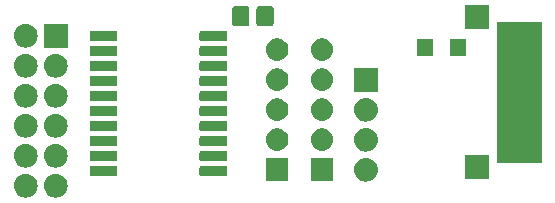
<source format=gts>
G04 #@! TF.GenerationSoftware,KiCad,Pcbnew,(5.1.4)-1*
G04 #@! TF.CreationDate,2020-04-10T17:05:04+01:00*
G04 #@! TF.ProjectId,buffer,62756666-6572-42e6-9b69-6361645f7063,rev?*
G04 #@! TF.SameCoordinates,Original*
G04 #@! TF.FileFunction,Soldermask,Top*
G04 #@! TF.FilePolarity,Negative*
%FSLAX46Y46*%
G04 Gerber Fmt 4.6, Leading zero omitted, Abs format (unit mm)*
G04 Created by KiCad (PCBNEW (5.1.4)-1) date 2020-04-10 17:05:04*
%MOMM*%
%LPD*%
G04 APERTURE LIST*
%ADD10C,0.100000*%
G04 APERTURE END LIST*
D10*
G36*
X40549836Y-46090830D02*
G01*
X40738332Y-46148009D01*
X40912058Y-46240868D01*
X41064328Y-46365832D01*
X41189292Y-46518102D01*
X41282151Y-46691828D01*
X41339330Y-46880324D01*
X41358638Y-47076360D01*
X41339330Y-47272396D01*
X41282151Y-47460892D01*
X41189292Y-47634618D01*
X41064328Y-47786888D01*
X40912058Y-47911852D01*
X40738332Y-48004711D01*
X40549836Y-48061890D01*
X40402920Y-48076360D01*
X40304680Y-48076360D01*
X40157764Y-48061890D01*
X39969268Y-48004711D01*
X39795542Y-47911852D01*
X39643272Y-47786888D01*
X39518308Y-47634618D01*
X39425449Y-47460892D01*
X39368270Y-47272396D01*
X39348962Y-47076360D01*
X39368270Y-46880324D01*
X39425449Y-46691828D01*
X39518308Y-46518102D01*
X39643272Y-46365832D01*
X39795542Y-46240868D01*
X39969268Y-46148009D01*
X40157764Y-46090830D01*
X40304680Y-46076360D01*
X40402920Y-46076360D01*
X40549836Y-46090830D01*
X40549836Y-46090830D01*
G37*
G36*
X38009836Y-46090830D02*
G01*
X38198332Y-46148009D01*
X38372058Y-46240868D01*
X38524328Y-46365832D01*
X38649292Y-46518102D01*
X38742151Y-46691828D01*
X38799330Y-46880324D01*
X38818638Y-47076360D01*
X38799330Y-47272396D01*
X38742151Y-47460892D01*
X38649292Y-47634618D01*
X38524328Y-47786888D01*
X38372058Y-47911852D01*
X38198332Y-48004711D01*
X38009836Y-48061890D01*
X37862920Y-48076360D01*
X37764680Y-48076360D01*
X37617764Y-48061890D01*
X37429268Y-48004711D01*
X37255542Y-47911852D01*
X37103272Y-47786888D01*
X36978308Y-47634618D01*
X36885449Y-47460892D01*
X36828270Y-47272396D01*
X36808962Y-47076360D01*
X36828270Y-46880324D01*
X36885449Y-46691828D01*
X36978308Y-46518102D01*
X37103272Y-46365832D01*
X37255542Y-46240868D01*
X37429268Y-46148009D01*
X37617764Y-46090830D01*
X37764680Y-46076360D01*
X37862920Y-46076360D01*
X38009836Y-46090830D01*
X38009836Y-46090830D01*
G37*
G36*
X66813436Y-44744630D02*
G01*
X67001932Y-44801809D01*
X67175658Y-44894668D01*
X67327928Y-45019632D01*
X67452892Y-45171902D01*
X67545751Y-45345628D01*
X67602930Y-45534124D01*
X67622238Y-45730160D01*
X67602930Y-45926196D01*
X67545751Y-46114692D01*
X67452892Y-46288418D01*
X67327928Y-46440688D01*
X67175658Y-46565652D01*
X67001932Y-46658511D01*
X66813436Y-46715690D01*
X66666520Y-46730160D01*
X66568280Y-46730160D01*
X66421364Y-46715690D01*
X66232868Y-46658511D01*
X66059142Y-46565652D01*
X65906872Y-46440688D01*
X65781908Y-46288418D01*
X65689049Y-46114692D01*
X65631870Y-45926196D01*
X65612562Y-45730160D01*
X65631870Y-45534124D01*
X65689049Y-45345628D01*
X65781908Y-45171902D01*
X65906872Y-45019632D01*
X66059142Y-44894668D01*
X66232868Y-44801809D01*
X66421364Y-44744630D01*
X66568280Y-44730160D01*
X66666520Y-44730160D01*
X66813436Y-44744630D01*
X66813436Y-44744630D01*
G37*
G36*
X63852000Y-46650960D02*
G01*
X61952000Y-46650960D01*
X61952000Y-44750960D01*
X63852000Y-44750960D01*
X63852000Y-46650960D01*
X63852000Y-46650960D01*
G37*
G36*
X60052000Y-46650960D02*
G01*
X58152000Y-46650960D01*
X58152000Y-44750960D01*
X60052000Y-44750960D01*
X60052000Y-46650960D01*
X60052000Y-46650960D01*
G37*
G36*
X77033180Y-46504100D02*
G01*
X75033180Y-46504100D01*
X75033180Y-44504100D01*
X77033180Y-44504100D01*
X77033180Y-46504100D01*
X77033180Y-46504100D01*
G37*
G36*
X54748092Y-45369651D02*
G01*
X54777987Y-45378720D01*
X54805542Y-45393448D01*
X54829692Y-45413268D01*
X54849512Y-45437418D01*
X54864240Y-45464973D01*
X54873309Y-45494868D01*
X54877000Y-45532346D01*
X54877000Y-46099574D01*
X54873309Y-46137052D01*
X54864240Y-46166947D01*
X54849512Y-46194502D01*
X54829692Y-46218652D01*
X54805542Y-46238472D01*
X54777987Y-46253200D01*
X54748092Y-46262269D01*
X54710614Y-46265960D01*
X52693386Y-46265960D01*
X52655908Y-46262269D01*
X52626013Y-46253200D01*
X52598458Y-46238472D01*
X52574308Y-46218652D01*
X52554488Y-46194502D01*
X52539760Y-46166947D01*
X52530691Y-46137052D01*
X52527000Y-46099574D01*
X52527000Y-45532346D01*
X52530691Y-45494868D01*
X52539760Y-45464973D01*
X52554488Y-45437418D01*
X52574308Y-45413268D01*
X52598458Y-45393448D01*
X52626013Y-45378720D01*
X52655908Y-45369651D01*
X52693386Y-45365960D01*
X54710614Y-45365960D01*
X54748092Y-45369651D01*
X54748092Y-45369651D01*
G37*
G36*
X45448092Y-45369651D02*
G01*
X45477987Y-45378720D01*
X45505542Y-45393448D01*
X45529692Y-45413268D01*
X45549512Y-45437418D01*
X45564240Y-45464973D01*
X45573309Y-45494868D01*
X45577000Y-45532346D01*
X45577000Y-46099574D01*
X45573309Y-46137052D01*
X45564240Y-46166947D01*
X45549512Y-46194502D01*
X45529692Y-46218652D01*
X45505542Y-46238472D01*
X45477987Y-46253200D01*
X45448092Y-46262269D01*
X45410614Y-46265960D01*
X43393386Y-46265960D01*
X43355908Y-46262269D01*
X43326013Y-46253200D01*
X43298458Y-46238472D01*
X43274308Y-46218652D01*
X43254488Y-46194502D01*
X43239760Y-46166947D01*
X43230691Y-46137052D01*
X43227000Y-46099574D01*
X43227000Y-45532346D01*
X43230691Y-45494868D01*
X43239760Y-45464973D01*
X43254488Y-45437418D01*
X43274308Y-45413268D01*
X43298458Y-45393448D01*
X43326013Y-45378720D01*
X43355908Y-45369651D01*
X43393386Y-45365960D01*
X45410614Y-45365960D01*
X45448092Y-45369651D01*
X45448092Y-45369651D01*
G37*
G36*
X38009836Y-43550830D02*
G01*
X38198332Y-43608009D01*
X38372058Y-43700868D01*
X38524328Y-43825832D01*
X38649292Y-43978102D01*
X38742151Y-44151828D01*
X38799330Y-44340324D01*
X38818638Y-44536360D01*
X38799330Y-44732396D01*
X38742151Y-44920892D01*
X38649292Y-45094618D01*
X38524328Y-45246888D01*
X38372058Y-45371852D01*
X38198332Y-45464711D01*
X38009836Y-45521890D01*
X37862920Y-45536360D01*
X37764680Y-45536360D01*
X37617764Y-45521890D01*
X37429268Y-45464711D01*
X37255542Y-45371852D01*
X37103272Y-45246888D01*
X36978308Y-45094618D01*
X36885449Y-44920892D01*
X36828270Y-44732396D01*
X36808962Y-44536360D01*
X36828270Y-44340324D01*
X36885449Y-44151828D01*
X36978308Y-43978102D01*
X37103272Y-43825832D01*
X37255542Y-43700868D01*
X37429268Y-43608009D01*
X37617764Y-43550830D01*
X37764680Y-43536360D01*
X37862920Y-43536360D01*
X38009836Y-43550830D01*
X38009836Y-43550830D01*
G37*
G36*
X40549836Y-43550830D02*
G01*
X40738332Y-43608009D01*
X40912058Y-43700868D01*
X41064328Y-43825832D01*
X41189292Y-43978102D01*
X41282151Y-44151828D01*
X41339330Y-44340324D01*
X41358638Y-44536360D01*
X41339330Y-44732396D01*
X41282151Y-44920892D01*
X41189292Y-45094618D01*
X41064328Y-45246888D01*
X40912058Y-45371852D01*
X40738332Y-45464711D01*
X40549836Y-45521890D01*
X40402920Y-45536360D01*
X40304680Y-45536360D01*
X40157764Y-45521890D01*
X39969268Y-45464711D01*
X39795542Y-45371852D01*
X39643272Y-45246888D01*
X39518308Y-45094618D01*
X39425449Y-44920892D01*
X39368270Y-44732396D01*
X39348962Y-44536360D01*
X39368270Y-44340324D01*
X39425449Y-44151828D01*
X39518308Y-43978102D01*
X39643272Y-43825832D01*
X39795542Y-43700868D01*
X39969268Y-43608009D01*
X40157764Y-43550830D01*
X40304680Y-43536360D01*
X40402920Y-43536360D01*
X40549836Y-43550830D01*
X40549836Y-43550830D01*
G37*
G36*
X81501880Y-45179820D02*
G01*
X77701880Y-45179820D01*
X77701880Y-33219820D01*
X81501880Y-33219820D01*
X81501880Y-45179820D01*
X81501880Y-45179820D01*
G37*
G36*
X45448092Y-44099651D02*
G01*
X45477987Y-44108720D01*
X45505542Y-44123448D01*
X45529692Y-44143268D01*
X45549512Y-44167418D01*
X45564240Y-44194973D01*
X45573309Y-44224868D01*
X45577000Y-44262346D01*
X45577000Y-44829574D01*
X45573309Y-44867052D01*
X45564240Y-44896947D01*
X45549512Y-44924502D01*
X45529692Y-44948652D01*
X45505542Y-44968472D01*
X45477987Y-44983200D01*
X45448092Y-44992269D01*
X45410614Y-44995960D01*
X43393386Y-44995960D01*
X43355908Y-44992269D01*
X43326013Y-44983200D01*
X43298458Y-44968472D01*
X43274308Y-44948652D01*
X43254488Y-44924502D01*
X43239760Y-44896947D01*
X43230691Y-44867052D01*
X43227000Y-44829574D01*
X43227000Y-44262346D01*
X43230691Y-44224868D01*
X43239760Y-44194973D01*
X43254488Y-44167418D01*
X43274308Y-44143268D01*
X43298458Y-44123448D01*
X43326013Y-44108720D01*
X43355908Y-44099651D01*
X43393386Y-44095960D01*
X45410614Y-44095960D01*
X45448092Y-44099651D01*
X45448092Y-44099651D01*
G37*
G36*
X54748092Y-44099651D02*
G01*
X54777987Y-44108720D01*
X54805542Y-44123448D01*
X54829692Y-44143268D01*
X54849512Y-44167418D01*
X54864240Y-44194973D01*
X54873309Y-44224868D01*
X54877000Y-44262346D01*
X54877000Y-44829574D01*
X54873309Y-44867052D01*
X54864240Y-44896947D01*
X54849512Y-44924502D01*
X54829692Y-44948652D01*
X54805542Y-44968472D01*
X54777987Y-44983200D01*
X54748092Y-44992269D01*
X54710614Y-44995960D01*
X52693386Y-44995960D01*
X52655908Y-44992269D01*
X52626013Y-44983200D01*
X52598458Y-44968472D01*
X52574308Y-44948652D01*
X52554488Y-44924502D01*
X52539760Y-44896947D01*
X52530691Y-44867052D01*
X52527000Y-44829574D01*
X52527000Y-44262346D01*
X52530691Y-44224868D01*
X52539760Y-44194973D01*
X52554488Y-44167418D01*
X52574308Y-44143268D01*
X52598458Y-44123448D01*
X52626013Y-44108720D01*
X52655908Y-44099651D01*
X52693386Y-44095960D01*
X54710614Y-44095960D01*
X54748092Y-44099651D01*
X54748092Y-44099651D01*
G37*
G36*
X66813436Y-42204630D02*
G01*
X67001932Y-42261809D01*
X67175658Y-42354668D01*
X67327928Y-42479632D01*
X67452892Y-42631902D01*
X67545751Y-42805628D01*
X67602930Y-42994124D01*
X67622238Y-43190160D01*
X67602930Y-43386196D01*
X67545751Y-43574692D01*
X67452892Y-43748418D01*
X67327928Y-43900688D01*
X67175658Y-44025652D01*
X67001932Y-44118511D01*
X66813436Y-44175690D01*
X66666520Y-44190160D01*
X66568280Y-44190160D01*
X66421364Y-44175690D01*
X66232868Y-44118511D01*
X66059142Y-44025652D01*
X65906872Y-43900688D01*
X65781908Y-43748418D01*
X65689049Y-43574692D01*
X65631870Y-43386196D01*
X65612562Y-43190160D01*
X65631870Y-42994124D01*
X65689049Y-42805628D01*
X65781908Y-42631902D01*
X65906872Y-42479632D01*
X66059142Y-42354668D01*
X66232868Y-42261809D01*
X66421364Y-42204630D01*
X66568280Y-42190160D01*
X66666520Y-42190160D01*
X66813436Y-42204630D01*
X66813436Y-42204630D01*
G37*
G36*
X63088233Y-42224706D02*
G01*
X63108849Y-42230960D01*
X63267308Y-42279028D01*
X63432345Y-42367242D01*
X63577001Y-42485959D01*
X63695718Y-42630615D01*
X63783932Y-42795652D01*
X63811093Y-42885190D01*
X63835260Y-42964856D01*
X63838254Y-42974728D01*
X63856596Y-43160960D01*
X63838254Y-43347192D01*
X63783932Y-43526268D01*
X63695718Y-43691305D01*
X63577001Y-43835961D01*
X63432345Y-43954678D01*
X63267308Y-44042892D01*
X63177770Y-44070053D01*
X63088233Y-44097214D01*
X62948665Y-44110960D01*
X62855335Y-44110960D01*
X62715767Y-44097214D01*
X62626230Y-44070053D01*
X62536692Y-44042892D01*
X62371655Y-43954678D01*
X62226999Y-43835961D01*
X62108282Y-43691305D01*
X62020068Y-43526268D01*
X61965746Y-43347192D01*
X61947404Y-43160960D01*
X61965746Y-42974728D01*
X61968741Y-42964856D01*
X61992907Y-42885190D01*
X62020068Y-42795652D01*
X62108282Y-42630615D01*
X62226999Y-42485959D01*
X62371655Y-42367242D01*
X62536692Y-42279028D01*
X62695151Y-42230960D01*
X62715767Y-42224706D01*
X62855335Y-42210960D01*
X62948665Y-42210960D01*
X63088233Y-42224706D01*
X63088233Y-42224706D01*
G37*
G36*
X59288233Y-42224706D02*
G01*
X59308849Y-42230960D01*
X59467308Y-42279028D01*
X59632345Y-42367242D01*
X59777001Y-42485959D01*
X59895718Y-42630615D01*
X59983932Y-42795652D01*
X60011093Y-42885190D01*
X60035260Y-42964856D01*
X60038254Y-42974728D01*
X60056596Y-43160960D01*
X60038254Y-43347192D01*
X59983932Y-43526268D01*
X59895718Y-43691305D01*
X59777001Y-43835961D01*
X59632345Y-43954678D01*
X59467308Y-44042892D01*
X59377770Y-44070053D01*
X59288233Y-44097214D01*
X59148665Y-44110960D01*
X59055335Y-44110960D01*
X58915767Y-44097214D01*
X58826230Y-44070053D01*
X58736692Y-44042892D01*
X58571655Y-43954678D01*
X58426999Y-43835961D01*
X58308282Y-43691305D01*
X58220068Y-43526268D01*
X58165746Y-43347192D01*
X58147404Y-43160960D01*
X58165746Y-42974728D01*
X58168741Y-42964856D01*
X58192907Y-42885190D01*
X58220068Y-42795652D01*
X58308282Y-42630615D01*
X58426999Y-42485959D01*
X58571655Y-42367242D01*
X58736692Y-42279028D01*
X58895151Y-42230960D01*
X58915767Y-42224706D01*
X59055335Y-42210960D01*
X59148665Y-42210960D01*
X59288233Y-42224706D01*
X59288233Y-42224706D01*
G37*
G36*
X45448092Y-42829651D02*
G01*
X45477987Y-42838720D01*
X45505542Y-42853448D01*
X45529692Y-42873268D01*
X45549512Y-42897418D01*
X45564240Y-42924973D01*
X45573309Y-42954868D01*
X45577000Y-42992346D01*
X45577000Y-43559574D01*
X45573309Y-43597052D01*
X45564240Y-43626947D01*
X45549512Y-43654502D01*
X45529692Y-43678652D01*
X45505542Y-43698472D01*
X45477987Y-43713200D01*
X45448092Y-43722269D01*
X45410614Y-43725960D01*
X43393386Y-43725960D01*
X43355908Y-43722269D01*
X43326013Y-43713200D01*
X43298458Y-43698472D01*
X43274308Y-43678652D01*
X43254488Y-43654502D01*
X43239760Y-43626947D01*
X43230691Y-43597052D01*
X43227000Y-43559574D01*
X43227000Y-42992346D01*
X43230691Y-42954868D01*
X43239760Y-42924973D01*
X43254488Y-42897418D01*
X43274308Y-42873268D01*
X43298458Y-42853448D01*
X43326013Y-42838720D01*
X43355908Y-42829651D01*
X43393386Y-42825960D01*
X45410614Y-42825960D01*
X45448092Y-42829651D01*
X45448092Y-42829651D01*
G37*
G36*
X54748092Y-42829651D02*
G01*
X54777987Y-42838720D01*
X54805542Y-42853448D01*
X54829692Y-42873268D01*
X54849512Y-42897418D01*
X54864240Y-42924973D01*
X54873309Y-42954868D01*
X54877000Y-42992346D01*
X54877000Y-43559574D01*
X54873309Y-43597052D01*
X54864240Y-43626947D01*
X54849512Y-43654502D01*
X54829692Y-43678652D01*
X54805542Y-43698472D01*
X54777987Y-43713200D01*
X54748092Y-43722269D01*
X54710614Y-43725960D01*
X52693386Y-43725960D01*
X52655908Y-43722269D01*
X52626013Y-43713200D01*
X52598458Y-43698472D01*
X52574308Y-43678652D01*
X52554488Y-43654502D01*
X52539760Y-43626947D01*
X52530691Y-43597052D01*
X52527000Y-43559574D01*
X52527000Y-42992346D01*
X52530691Y-42954868D01*
X52539760Y-42924973D01*
X52554488Y-42897418D01*
X52574308Y-42873268D01*
X52598458Y-42853448D01*
X52626013Y-42838720D01*
X52655908Y-42829651D01*
X52693386Y-42825960D01*
X54710614Y-42825960D01*
X54748092Y-42829651D01*
X54748092Y-42829651D01*
G37*
G36*
X40549836Y-41010830D02*
G01*
X40738332Y-41068009D01*
X40912058Y-41160868D01*
X41064328Y-41285832D01*
X41189292Y-41438102D01*
X41282151Y-41611828D01*
X41339330Y-41800324D01*
X41358638Y-41996360D01*
X41339330Y-42192396D01*
X41282151Y-42380892D01*
X41189292Y-42554618D01*
X41064328Y-42706888D01*
X40912058Y-42831852D01*
X40738332Y-42924711D01*
X40549836Y-42981890D01*
X40402920Y-42996360D01*
X40304680Y-42996360D01*
X40157764Y-42981890D01*
X39969268Y-42924711D01*
X39795542Y-42831852D01*
X39643272Y-42706888D01*
X39518308Y-42554618D01*
X39425449Y-42380892D01*
X39368270Y-42192396D01*
X39348962Y-41996360D01*
X39368270Y-41800324D01*
X39425449Y-41611828D01*
X39518308Y-41438102D01*
X39643272Y-41285832D01*
X39795542Y-41160868D01*
X39969268Y-41068009D01*
X40157764Y-41010830D01*
X40304680Y-40996360D01*
X40402920Y-40996360D01*
X40549836Y-41010830D01*
X40549836Y-41010830D01*
G37*
G36*
X38009836Y-41010830D02*
G01*
X38198332Y-41068009D01*
X38372058Y-41160868D01*
X38524328Y-41285832D01*
X38649292Y-41438102D01*
X38742151Y-41611828D01*
X38799330Y-41800324D01*
X38818638Y-41996360D01*
X38799330Y-42192396D01*
X38742151Y-42380892D01*
X38649292Y-42554618D01*
X38524328Y-42706888D01*
X38372058Y-42831852D01*
X38198332Y-42924711D01*
X38009836Y-42981890D01*
X37862920Y-42996360D01*
X37764680Y-42996360D01*
X37617764Y-42981890D01*
X37429268Y-42924711D01*
X37255542Y-42831852D01*
X37103272Y-42706888D01*
X36978308Y-42554618D01*
X36885449Y-42380892D01*
X36828270Y-42192396D01*
X36808962Y-41996360D01*
X36828270Y-41800324D01*
X36885449Y-41611828D01*
X36978308Y-41438102D01*
X37103272Y-41285832D01*
X37255542Y-41160868D01*
X37429268Y-41068009D01*
X37617764Y-41010830D01*
X37764680Y-40996360D01*
X37862920Y-40996360D01*
X38009836Y-41010830D01*
X38009836Y-41010830D01*
G37*
G36*
X54748092Y-41559651D02*
G01*
X54777987Y-41568720D01*
X54805542Y-41583448D01*
X54829692Y-41603268D01*
X54849512Y-41627418D01*
X54864240Y-41654973D01*
X54873309Y-41684868D01*
X54877000Y-41722346D01*
X54877000Y-42289574D01*
X54873309Y-42327052D01*
X54864240Y-42356947D01*
X54849512Y-42384502D01*
X54829692Y-42408652D01*
X54805542Y-42428472D01*
X54777987Y-42443200D01*
X54748092Y-42452269D01*
X54710614Y-42455960D01*
X52693386Y-42455960D01*
X52655908Y-42452269D01*
X52626013Y-42443200D01*
X52598458Y-42428472D01*
X52574308Y-42408652D01*
X52554488Y-42384502D01*
X52539760Y-42356947D01*
X52530691Y-42327052D01*
X52527000Y-42289574D01*
X52527000Y-41722346D01*
X52530691Y-41684868D01*
X52539760Y-41654973D01*
X52554488Y-41627418D01*
X52574308Y-41603268D01*
X52598458Y-41583448D01*
X52626013Y-41568720D01*
X52655908Y-41559651D01*
X52693386Y-41555960D01*
X54710614Y-41555960D01*
X54748092Y-41559651D01*
X54748092Y-41559651D01*
G37*
G36*
X45448092Y-41559651D02*
G01*
X45477987Y-41568720D01*
X45505542Y-41583448D01*
X45529692Y-41603268D01*
X45549512Y-41627418D01*
X45564240Y-41654973D01*
X45573309Y-41684868D01*
X45577000Y-41722346D01*
X45577000Y-42289574D01*
X45573309Y-42327052D01*
X45564240Y-42356947D01*
X45549512Y-42384502D01*
X45529692Y-42408652D01*
X45505542Y-42428472D01*
X45477987Y-42443200D01*
X45448092Y-42452269D01*
X45410614Y-42455960D01*
X43393386Y-42455960D01*
X43355908Y-42452269D01*
X43326013Y-42443200D01*
X43298458Y-42428472D01*
X43274308Y-42408652D01*
X43254488Y-42384502D01*
X43239760Y-42356947D01*
X43230691Y-42327052D01*
X43227000Y-42289574D01*
X43227000Y-41722346D01*
X43230691Y-41684868D01*
X43239760Y-41654973D01*
X43254488Y-41627418D01*
X43274308Y-41603268D01*
X43298458Y-41583448D01*
X43326013Y-41568720D01*
X43355908Y-41559651D01*
X43393386Y-41555960D01*
X45410614Y-41555960D01*
X45448092Y-41559651D01*
X45448092Y-41559651D01*
G37*
G36*
X66813436Y-39664630D02*
G01*
X67001932Y-39721809D01*
X67175658Y-39814668D01*
X67327928Y-39939632D01*
X67452892Y-40091902D01*
X67545751Y-40265628D01*
X67602930Y-40454124D01*
X67622238Y-40650160D01*
X67602930Y-40846196D01*
X67545751Y-41034692D01*
X67452892Y-41208418D01*
X67327928Y-41360688D01*
X67175658Y-41485652D01*
X67001932Y-41578511D01*
X66813436Y-41635690D01*
X66666520Y-41650160D01*
X66568280Y-41650160D01*
X66421364Y-41635690D01*
X66232868Y-41578511D01*
X66059142Y-41485652D01*
X65906872Y-41360688D01*
X65781908Y-41208418D01*
X65689049Y-41034692D01*
X65631870Y-40846196D01*
X65612562Y-40650160D01*
X65631870Y-40454124D01*
X65689049Y-40265628D01*
X65781908Y-40091902D01*
X65906872Y-39939632D01*
X66059142Y-39814668D01*
X66232868Y-39721809D01*
X66421364Y-39664630D01*
X66568280Y-39650160D01*
X66666520Y-39650160D01*
X66813436Y-39664630D01*
X66813436Y-39664630D01*
G37*
G36*
X59288233Y-39684706D02*
G01*
X59308849Y-39690960D01*
X59467308Y-39739028D01*
X59632345Y-39827242D01*
X59777001Y-39945959D01*
X59895718Y-40090615D01*
X59983932Y-40255652D01*
X60011093Y-40345190D01*
X60035260Y-40424856D01*
X60038254Y-40434728D01*
X60056596Y-40620960D01*
X60038254Y-40807192D01*
X59983932Y-40986268D01*
X59895718Y-41151305D01*
X59777001Y-41295961D01*
X59632345Y-41414678D01*
X59467308Y-41502892D01*
X59377770Y-41530053D01*
X59288233Y-41557214D01*
X59148665Y-41570960D01*
X59055335Y-41570960D01*
X58915767Y-41557214D01*
X58826230Y-41530053D01*
X58736692Y-41502892D01*
X58571655Y-41414678D01*
X58426999Y-41295961D01*
X58308282Y-41151305D01*
X58220068Y-40986268D01*
X58165746Y-40807192D01*
X58147404Y-40620960D01*
X58165746Y-40434728D01*
X58168741Y-40424856D01*
X58192907Y-40345190D01*
X58220068Y-40255652D01*
X58308282Y-40090615D01*
X58426999Y-39945959D01*
X58571655Y-39827242D01*
X58736692Y-39739028D01*
X58895151Y-39690960D01*
X58915767Y-39684706D01*
X59055335Y-39670960D01*
X59148665Y-39670960D01*
X59288233Y-39684706D01*
X59288233Y-39684706D01*
G37*
G36*
X63088233Y-39684706D02*
G01*
X63108849Y-39690960D01*
X63267308Y-39739028D01*
X63432345Y-39827242D01*
X63577001Y-39945959D01*
X63695718Y-40090615D01*
X63783932Y-40255652D01*
X63811093Y-40345190D01*
X63835260Y-40424856D01*
X63838254Y-40434728D01*
X63856596Y-40620960D01*
X63838254Y-40807192D01*
X63783932Y-40986268D01*
X63695718Y-41151305D01*
X63577001Y-41295961D01*
X63432345Y-41414678D01*
X63267308Y-41502892D01*
X63177770Y-41530053D01*
X63088233Y-41557214D01*
X62948665Y-41570960D01*
X62855335Y-41570960D01*
X62715767Y-41557214D01*
X62626230Y-41530053D01*
X62536692Y-41502892D01*
X62371655Y-41414678D01*
X62226999Y-41295961D01*
X62108282Y-41151305D01*
X62020068Y-40986268D01*
X61965746Y-40807192D01*
X61947404Y-40620960D01*
X61965746Y-40434728D01*
X61968741Y-40424856D01*
X61992907Y-40345190D01*
X62020068Y-40255652D01*
X62108282Y-40090615D01*
X62226999Y-39945959D01*
X62371655Y-39827242D01*
X62536692Y-39739028D01*
X62695151Y-39690960D01*
X62715767Y-39684706D01*
X62855335Y-39670960D01*
X62948665Y-39670960D01*
X63088233Y-39684706D01*
X63088233Y-39684706D01*
G37*
G36*
X54748092Y-40289651D02*
G01*
X54777987Y-40298720D01*
X54805542Y-40313448D01*
X54829692Y-40333268D01*
X54849512Y-40357418D01*
X54864240Y-40384973D01*
X54873309Y-40414868D01*
X54877000Y-40452346D01*
X54877000Y-41019574D01*
X54873309Y-41057052D01*
X54864240Y-41086947D01*
X54849512Y-41114502D01*
X54829692Y-41138652D01*
X54805542Y-41158472D01*
X54777987Y-41173200D01*
X54748092Y-41182269D01*
X54710614Y-41185960D01*
X52693386Y-41185960D01*
X52655908Y-41182269D01*
X52626013Y-41173200D01*
X52598458Y-41158472D01*
X52574308Y-41138652D01*
X52554488Y-41114502D01*
X52539760Y-41086947D01*
X52530691Y-41057052D01*
X52527000Y-41019574D01*
X52527000Y-40452346D01*
X52530691Y-40414868D01*
X52539760Y-40384973D01*
X52554488Y-40357418D01*
X52574308Y-40333268D01*
X52598458Y-40313448D01*
X52626013Y-40298720D01*
X52655908Y-40289651D01*
X52693386Y-40285960D01*
X54710614Y-40285960D01*
X54748092Y-40289651D01*
X54748092Y-40289651D01*
G37*
G36*
X45448092Y-40289651D02*
G01*
X45477987Y-40298720D01*
X45505542Y-40313448D01*
X45529692Y-40333268D01*
X45549512Y-40357418D01*
X45564240Y-40384973D01*
X45573309Y-40414868D01*
X45577000Y-40452346D01*
X45577000Y-41019574D01*
X45573309Y-41057052D01*
X45564240Y-41086947D01*
X45549512Y-41114502D01*
X45529692Y-41138652D01*
X45505542Y-41158472D01*
X45477987Y-41173200D01*
X45448092Y-41182269D01*
X45410614Y-41185960D01*
X43393386Y-41185960D01*
X43355908Y-41182269D01*
X43326013Y-41173200D01*
X43298458Y-41158472D01*
X43274308Y-41138652D01*
X43254488Y-41114502D01*
X43239760Y-41086947D01*
X43230691Y-41057052D01*
X43227000Y-41019574D01*
X43227000Y-40452346D01*
X43230691Y-40414868D01*
X43239760Y-40384973D01*
X43254488Y-40357418D01*
X43274308Y-40333268D01*
X43298458Y-40313448D01*
X43326013Y-40298720D01*
X43355908Y-40289651D01*
X43393386Y-40285960D01*
X45410614Y-40285960D01*
X45448092Y-40289651D01*
X45448092Y-40289651D01*
G37*
G36*
X40549836Y-38470830D02*
G01*
X40738332Y-38528009D01*
X40912058Y-38620868D01*
X41064328Y-38745832D01*
X41189292Y-38898102D01*
X41282151Y-39071828D01*
X41339330Y-39260324D01*
X41358638Y-39456360D01*
X41339330Y-39652396D01*
X41282151Y-39840892D01*
X41189292Y-40014618D01*
X41064328Y-40166888D01*
X40912058Y-40291852D01*
X40738332Y-40384711D01*
X40549836Y-40441890D01*
X40402920Y-40456360D01*
X40304680Y-40456360D01*
X40157764Y-40441890D01*
X39969268Y-40384711D01*
X39795542Y-40291852D01*
X39643272Y-40166888D01*
X39518308Y-40014618D01*
X39425449Y-39840892D01*
X39368270Y-39652396D01*
X39348962Y-39456360D01*
X39368270Y-39260324D01*
X39425449Y-39071828D01*
X39518308Y-38898102D01*
X39643272Y-38745832D01*
X39795542Y-38620868D01*
X39969268Y-38528009D01*
X40157764Y-38470830D01*
X40304680Y-38456360D01*
X40402920Y-38456360D01*
X40549836Y-38470830D01*
X40549836Y-38470830D01*
G37*
G36*
X38009836Y-38470830D02*
G01*
X38198332Y-38528009D01*
X38372058Y-38620868D01*
X38524328Y-38745832D01*
X38649292Y-38898102D01*
X38742151Y-39071828D01*
X38799330Y-39260324D01*
X38818638Y-39456360D01*
X38799330Y-39652396D01*
X38742151Y-39840892D01*
X38649292Y-40014618D01*
X38524328Y-40166888D01*
X38372058Y-40291852D01*
X38198332Y-40384711D01*
X38009836Y-40441890D01*
X37862920Y-40456360D01*
X37764680Y-40456360D01*
X37617764Y-40441890D01*
X37429268Y-40384711D01*
X37255542Y-40291852D01*
X37103272Y-40166888D01*
X36978308Y-40014618D01*
X36885449Y-39840892D01*
X36828270Y-39652396D01*
X36808962Y-39456360D01*
X36828270Y-39260324D01*
X36885449Y-39071828D01*
X36978308Y-38898102D01*
X37103272Y-38745832D01*
X37255542Y-38620868D01*
X37429268Y-38528009D01*
X37617764Y-38470830D01*
X37764680Y-38456360D01*
X37862920Y-38456360D01*
X38009836Y-38470830D01*
X38009836Y-38470830D01*
G37*
G36*
X54748092Y-39019651D02*
G01*
X54777987Y-39028720D01*
X54805542Y-39043448D01*
X54829692Y-39063268D01*
X54849512Y-39087418D01*
X54864240Y-39114973D01*
X54873309Y-39144868D01*
X54877000Y-39182346D01*
X54877000Y-39749574D01*
X54873309Y-39787052D01*
X54864240Y-39816947D01*
X54849512Y-39844502D01*
X54829692Y-39868652D01*
X54805542Y-39888472D01*
X54777987Y-39903200D01*
X54748092Y-39912269D01*
X54710614Y-39915960D01*
X52693386Y-39915960D01*
X52655908Y-39912269D01*
X52626013Y-39903200D01*
X52598458Y-39888472D01*
X52574308Y-39868652D01*
X52554488Y-39844502D01*
X52539760Y-39816947D01*
X52530691Y-39787052D01*
X52527000Y-39749574D01*
X52527000Y-39182346D01*
X52530691Y-39144868D01*
X52539760Y-39114973D01*
X52554488Y-39087418D01*
X52574308Y-39063268D01*
X52598458Y-39043448D01*
X52626013Y-39028720D01*
X52655908Y-39019651D01*
X52693386Y-39015960D01*
X54710614Y-39015960D01*
X54748092Y-39019651D01*
X54748092Y-39019651D01*
G37*
G36*
X45448092Y-39019651D02*
G01*
X45477987Y-39028720D01*
X45505542Y-39043448D01*
X45529692Y-39063268D01*
X45549512Y-39087418D01*
X45564240Y-39114973D01*
X45573309Y-39144868D01*
X45577000Y-39182346D01*
X45577000Y-39749574D01*
X45573309Y-39787052D01*
X45564240Y-39816947D01*
X45549512Y-39844502D01*
X45529692Y-39868652D01*
X45505542Y-39888472D01*
X45477987Y-39903200D01*
X45448092Y-39912269D01*
X45410614Y-39915960D01*
X43393386Y-39915960D01*
X43355908Y-39912269D01*
X43326013Y-39903200D01*
X43298458Y-39888472D01*
X43274308Y-39868652D01*
X43254488Y-39844502D01*
X43239760Y-39816947D01*
X43230691Y-39787052D01*
X43227000Y-39749574D01*
X43227000Y-39182346D01*
X43230691Y-39144868D01*
X43239760Y-39114973D01*
X43254488Y-39087418D01*
X43274308Y-39063268D01*
X43298458Y-39043448D01*
X43326013Y-39028720D01*
X43355908Y-39019651D01*
X43393386Y-39015960D01*
X45410614Y-39015960D01*
X45448092Y-39019651D01*
X45448092Y-39019651D01*
G37*
G36*
X67617400Y-39110160D02*
G01*
X65617400Y-39110160D01*
X65617400Y-37110160D01*
X67617400Y-37110160D01*
X67617400Y-39110160D01*
X67617400Y-39110160D01*
G37*
G36*
X59288233Y-37144706D02*
G01*
X59308849Y-37150960D01*
X59467308Y-37199028D01*
X59632345Y-37287242D01*
X59777001Y-37405959D01*
X59895718Y-37550615D01*
X59983932Y-37715652D01*
X60011093Y-37805190D01*
X60035260Y-37884856D01*
X60038254Y-37894728D01*
X60056596Y-38080960D01*
X60038254Y-38267192D01*
X59983932Y-38446268D01*
X59895718Y-38611305D01*
X59777001Y-38755961D01*
X59632345Y-38874678D01*
X59467308Y-38962892D01*
X59377770Y-38990053D01*
X59288233Y-39017214D01*
X59148665Y-39030960D01*
X59055335Y-39030960D01*
X58915767Y-39017214D01*
X58826230Y-38990053D01*
X58736692Y-38962892D01*
X58571655Y-38874678D01*
X58426999Y-38755961D01*
X58308282Y-38611305D01*
X58220068Y-38446268D01*
X58165746Y-38267192D01*
X58147404Y-38080960D01*
X58165746Y-37894728D01*
X58168741Y-37884856D01*
X58192907Y-37805190D01*
X58220068Y-37715652D01*
X58308282Y-37550615D01*
X58426999Y-37405959D01*
X58571655Y-37287242D01*
X58736692Y-37199028D01*
X58895151Y-37150960D01*
X58915767Y-37144706D01*
X59055335Y-37130960D01*
X59148665Y-37130960D01*
X59288233Y-37144706D01*
X59288233Y-37144706D01*
G37*
G36*
X63088233Y-37144706D02*
G01*
X63108849Y-37150960D01*
X63267308Y-37199028D01*
X63432345Y-37287242D01*
X63577001Y-37405959D01*
X63695718Y-37550615D01*
X63783932Y-37715652D01*
X63811093Y-37805190D01*
X63835260Y-37884856D01*
X63838254Y-37894728D01*
X63856596Y-38080960D01*
X63838254Y-38267192D01*
X63783932Y-38446268D01*
X63695718Y-38611305D01*
X63577001Y-38755961D01*
X63432345Y-38874678D01*
X63267308Y-38962892D01*
X63177770Y-38990053D01*
X63088233Y-39017214D01*
X62948665Y-39030960D01*
X62855335Y-39030960D01*
X62715767Y-39017214D01*
X62626230Y-38990053D01*
X62536692Y-38962892D01*
X62371655Y-38874678D01*
X62226999Y-38755961D01*
X62108282Y-38611305D01*
X62020068Y-38446268D01*
X61965746Y-38267192D01*
X61947404Y-38080960D01*
X61965746Y-37894728D01*
X61968741Y-37884856D01*
X61992907Y-37805190D01*
X62020068Y-37715652D01*
X62108282Y-37550615D01*
X62226999Y-37405959D01*
X62371655Y-37287242D01*
X62536692Y-37199028D01*
X62695151Y-37150960D01*
X62715767Y-37144706D01*
X62855335Y-37130960D01*
X62948665Y-37130960D01*
X63088233Y-37144706D01*
X63088233Y-37144706D01*
G37*
G36*
X54748092Y-37749651D02*
G01*
X54777987Y-37758720D01*
X54805542Y-37773448D01*
X54829692Y-37793268D01*
X54849512Y-37817418D01*
X54864240Y-37844973D01*
X54873309Y-37874868D01*
X54877000Y-37912346D01*
X54877000Y-38479574D01*
X54873309Y-38517052D01*
X54864240Y-38546947D01*
X54849512Y-38574502D01*
X54829692Y-38598652D01*
X54805542Y-38618472D01*
X54777987Y-38633200D01*
X54748092Y-38642269D01*
X54710614Y-38645960D01*
X52693386Y-38645960D01*
X52655908Y-38642269D01*
X52626013Y-38633200D01*
X52598458Y-38618472D01*
X52574308Y-38598652D01*
X52554488Y-38574502D01*
X52539760Y-38546947D01*
X52530691Y-38517052D01*
X52527000Y-38479574D01*
X52527000Y-37912346D01*
X52530691Y-37874868D01*
X52539760Y-37844973D01*
X52554488Y-37817418D01*
X52574308Y-37793268D01*
X52598458Y-37773448D01*
X52626013Y-37758720D01*
X52655908Y-37749651D01*
X52693386Y-37745960D01*
X54710614Y-37745960D01*
X54748092Y-37749651D01*
X54748092Y-37749651D01*
G37*
G36*
X45448092Y-37749651D02*
G01*
X45477987Y-37758720D01*
X45505542Y-37773448D01*
X45529692Y-37793268D01*
X45549512Y-37817418D01*
X45564240Y-37844973D01*
X45573309Y-37874868D01*
X45577000Y-37912346D01*
X45577000Y-38479574D01*
X45573309Y-38517052D01*
X45564240Y-38546947D01*
X45549512Y-38574502D01*
X45529692Y-38598652D01*
X45505542Y-38618472D01*
X45477987Y-38633200D01*
X45448092Y-38642269D01*
X45410614Y-38645960D01*
X43393386Y-38645960D01*
X43355908Y-38642269D01*
X43326013Y-38633200D01*
X43298458Y-38618472D01*
X43274308Y-38598652D01*
X43254488Y-38574502D01*
X43239760Y-38546947D01*
X43230691Y-38517052D01*
X43227000Y-38479574D01*
X43227000Y-37912346D01*
X43230691Y-37874868D01*
X43239760Y-37844973D01*
X43254488Y-37817418D01*
X43274308Y-37793268D01*
X43298458Y-37773448D01*
X43326013Y-37758720D01*
X43355908Y-37749651D01*
X43393386Y-37745960D01*
X45410614Y-37745960D01*
X45448092Y-37749651D01*
X45448092Y-37749651D01*
G37*
G36*
X38009836Y-35930830D02*
G01*
X38198332Y-35988009D01*
X38372058Y-36080868D01*
X38524328Y-36205832D01*
X38649292Y-36358102D01*
X38742151Y-36531828D01*
X38799330Y-36720324D01*
X38818638Y-36916360D01*
X38799330Y-37112396D01*
X38742151Y-37300892D01*
X38649292Y-37474618D01*
X38524328Y-37626888D01*
X38372058Y-37751852D01*
X38198332Y-37844711D01*
X38009836Y-37901890D01*
X37862920Y-37916360D01*
X37764680Y-37916360D01*
X37617764Y-37901890D01*
X37429268Y-37844711D01*
X37255542Y-37751852D01*
X37103272Y-37626888D01*
X36978308Y-37474618D01*
X36885449Y-37300892D01*
X36828270Y-37112396D01*
X36808962Y-36916360D01*
X36828270Y-36720324D01*
X36885449Y-36531828D01*
X36978308Y-36358102D01*
X37103272Y-36205832D01*
X37255542Y-36080868D01*
X37429268Y-35988009D01*
X37617764Y-35930830D01*
X37764680Y-35916360D01*
X37862920Y-35916360D01*
X38009836Y-35930830D01*
X38009836Y-35930830D01*
G37*
G36*
X40549836Y-35930830D02*
G01*
X40738332Y-35988009D01*
X40912058Y-36080868D01*
X41064328Y-36205832D01*
X41189292Y-36358102D01*
X41282151Y-36531828D01*
X41339330Y-36720324D01*
X41358638Y-36916360D01*
X41339330Y-37112396D01*
X41282151Y-37300892D01*
X41189292Y-37474618D01*
X41064328Y-37626888D01*
X40912058Y-37751852D01*
X40738332Y-37844711D01*
X40549836Y-37901890D01*
X40402920Y-37916360D01*
X40304680Y-37916360D01*
X40157764Y-37901890D01*
X39969268Y-37844711D01*
X39795542Y-37751852D01*
X39643272Y-37626888D01*
X39518308Y-37474618D01*
X39425449Y-37300892D01*
X39368270Y-37112396D01*
X39348962Y-36916360D01*
X39368270Y-36720324D01*
X39425449Y-36531828D01*
X39518308Y-36358102D01*
X39643272Y-36205832D01*
X39795542Y-36080868D01*
X39969268Y-35988009D01*
X40157764Y-35930830D01*
X40304680Y-35916360D01*
X40402920Y-35916360D01*
X40549836Y-35930830D01*
X40549836Y-35930830D01*
G37*
G36*
X45448092Y-36479651D02*
G01*
X45477987Y-36488720D01*
X45505542Y-36503448D01*
X45529692Y-36523268D01*
X45549512Y-36547418D01*
X45564240Y-36574973D01*
X45573309Y-36604868D01*
X45577000Y-36642346D01*
X45577000Y-37209574D01*
X45573309Y-37247052D01*
X45564240Y-37276947D01*
X45549512Y-37304502D01*
X45529692Y-37328652D01*
X45505542Y-37348472D01*
X45477987Y-37363200D01*
X45448092Y-37372269D01*
X45410614Y-37375960D01*
X43393386Y-37375960D01*
X43355908Y-37372269D01*
X43326013Y-37363200D01*
X43298458Y-37348472D01*
X43274308Y-37328652D01*
X43254488Y-37304502D01*
X43239760Y-37276947D01*
X43230691Y-37247052D01*
X43227000Y-37209574D01*
X43227000Y-36642346D01*
X43230691Y-36604868D01*
X43239760Y-36574973D01*
X43254488Y-36547418D01*
X43274308Y-36523268D01*
X43298458Y-36503448D01*
X43326013Y-36488720D01*
X43355908Y-36479651D01*
X43393386Y-36475960D01*
X45410614Y-36475960D01*
X45448092Y-36479651D01*
X45448092Y-36479651D01*
G37*
G36*
X54748092Y-36479651D02*
G01*
X54777987Y-36488720D01*
X54805542Y-36503448D01*
X54829692Y-36523268D01*
X54849512Y-36547418D01*
X54864240Y-36574973D01*
X54873309Y-36604868D01*
X54877000Y-36642346D01*
X54877000Y-37209574D01*
X54873309Y-37247052D01*
X54864240Y-37276947D01*
X54849512Y-37304502D01*
X54829692Y-37328652D01*
X54805542Y-37348472D01*
X54777987Y-37363200D01*
X54748092Y-37372269D01*
X54710614Y-37375960D01*
X52693386Y-37375960D01*
X52655908Y-37372269D01*
X52626013Y-37363200D01*
X52598458Y-37348472D01*
X52574308Y-37328652D01*
X52554488Y-37304502D01*
X52539760Y-37276947D01*
X52530691Y-37247052D01*
X52527000Y-37209574D01*
X52527000Y-36642346D01*
X52530691Y-36604868D01*
X52539760Y-36574973D01*
X52554488Y-36547418D01*
X52574308Y-36523268D01*
X52598458Y-36503448D01*
X52626013Y-36488720D01*
X52655908Y-36479651D01*
X52693386Y-36475960D01*
X54710614Y-36475960D01*
X54748092Y-36479651D01*
X54748092Y-36479651D01*
G37*
G36*
X59288233Y-34604706D02*
G01*
X59308849Y-34610960D01*
X59467308Y-34659028D01*
X59632345Y-34747242D01*
X59777001Y-34865959D01*
X59895718Y-35010615D01*
X59983932Y-35175652D01*
X60011093Y-35265190D01*
X60035260Y-35344856D01*
X60038254Y-35354728D01*
X60056596Y-35540960D01*
X60038254Y-35727192D01*
X59983932Y-35906268D01*
X59895718Y-36071305D01*
X59777001Y-36215961D01*
X59632345Y-36334678D01*
X59467308Y-36422892D01*
X59377770Y-36450053D01*
X59288233Y-36477214D01*
X59148665Y-36490960D01*
X59055335Y-36490960D01*
X58915767Y-36477214D01*
X58826230Y-36450053D01*
X58736692Y-36422892D01*
X58571655Y-36334678D01*
X58426999Y-36215961D01*
X58308282Y-36071305D01*
X58220068Y-35906268D01*
X58165746Y-35727192D01*
X58147404Y-35540960D01*
X58165746Y-35354728D01*
X58168741Y-35344856D01*
X58192907Y-35265190D01*
X58220068Y-35175652D01*
X58308282Y-35010615D01*
X58426999Y-34865959D01*
X58571655Y-34747242D01*
X58736692Y-34659028D01*
X58895151Y-34610960D01*
X58915767Y-34604706D01*
X59055335Y-34590960D01*
X59148665Y-34590960D01*
X59288233Y-34604706D01*
X59288233Y-34604706D01*
G37*
G36*
X63088233Y-34604706D02*
G01*
X63108849Y-34610960D01*
X63267308Y-34659028D01*
X63432345Y-34747242D01*
X63577001Y-34865959D01*
X63695718Y-35010615D01*
X63783932Y-35175652D01*
X63811093Y-35265190D01*
X63835260Y-35344856D01*
X63838254Y-35354728D01*
X63856596Y-35540960D01*
X63838254Y-35727192D01*
X63783932Y-35906268D01*
X63695718Y-36071305D01*
X63577001Y-36215961D01*
X63432345Y-36334678D01*
X63267308Y-36422892D01*
X63177770Y-36450053D01*
X63088233Y-36477214D01*
X62948665Y-36490960D01*
X62855335Y-36490960D01*
X62715767Y-36477214D01*
X62626230Y-36450053D01*
X62536692Y-36422892D01*
X62371655Y-36334678D01*
X62226999Y-36215961D01*
X62108282Y-36071305D01*
X62020068Y-35906268D01*
X61965746Y-35727192D01*
X61947404Y-35540960D01*
X61965746Y-35354728D01*
X61968741Y-35344856D01*
X61992907Y-35265190D01*
X62020068Y-35175652D01*
X62108282Y-35010615D01*
X62226999Y-34865959D01*
X62371655Y-34747242D01*
X62536692Y-34659028D01*
X62695151Y-34610960D01*
X62715767Y-34604706D01*
X62855335Y-34590960D01*
X62948665Y-34590960D01*
X63088233Y-34604706D01*
X63088233Y-34604706D01*
G37*
G36*
X45448092Y-35209651D02*
G01*
X45477987Y-35218720D01*
X45505542Y-35233448D01*
X45529692Y-35253268D01*
X45549512Y-35277418D01*
X45564240Y-35304973D01*
X45573309Y-35334868D01*
X45577000Y-35372346D01*
X45577000Y-35939574D01*
X45573309Y-35977052D01*
X45564240Y-36006947D01*
X45549512Y-36034502D01*
X45529692Y-36058652D01*
X45505542Y-36078472D01*
X45477987Y-36093200D01*
X45448092Y-36102269D01*
X45410614Y-36105960D01*
X43393386Y-36105960D01*
X43355908Y-36102269D01*
X43326013Y-36093200D01*
X43298458Y-36078472D01*
X43274308Y-36058652D01*
X43254488Y-36034502D01*
X43239760Y-36006947D01*
X43230691Y-35977052D01*
X43227000Y-35939574D01*
X43227000Y-35372346D01*
X43230691Y-35334868D01*
X43239760Y-35304973D01*
X43254488Y-35277418D01*
X43274308Y-35253268D01*
X43298458Y-35233448D01*
X43326013Y-35218720D01*
X43355908Y-35209651D01*
X43393386Y-35205960D01*
X45410614Y-35205960D01*
X45448092Y-35209651D01*
X45448092Y-35209651D01*
G37*
G36*
X54748092Y-35209651D02*
G01*
X54777987Y-35218720D01*
X54805542Y-35233448D01*
X54829692Y-35253268D01*
X54849512Y-35277418D01*
X54864240Y-35304973D01*
X54873309Y-35334868D01*
X54877000Y-35372346D01*
X54877000Y-35939574D01*
X54873309Y-35977052D01*
X54864240Y-36006947D01*
X54849512Y-36034502D01*
X54829692Y-36058652D01*
X54805542Y-36078472D01*
X54777987Y-36093200D01*
X54748092Y-36102269D01*
X54710614Y-36105960D01*
X52693386Y-36105960D01*
X52655908Y-36102269D01*
X52626013Y-36093200D01*
X52598458Y-36078472D01*
X52574308Y-36058652D01*
X52554488Y-36034502D01*
X52539760Y-36006947D01*
X52530691Y-35977052D01*
X52527000Y-35939574D01*
X52527000Y-35372346D01*
X52530691Y-35334868D01*
X52539760Y-35304973D01*
X52554488Y-35277418D01*
X52574308Y-35253268D01*
X52598458Y-35233448D01*
X52626013Y-35218720D01*
X52655908Y-35209651D01*
X52693386Y-35205960D01*
X54710614Y-35205960D01*
X54748092Y-35209651D01*
X54748092Y-35209651D01*
G37*
G36*
X75122000Y-36060960D02*
G01*
X73722000Y-36060960D01*
X73722000Y-34660960D01*
X75122000Y-34660960D01*
X75122000Y-36060960D01*
X75122000Y-36060960D01*
G37*
G36*
X72322000Y-36060960D02*
G01*
X70922000Y-36060960D01*
X70922000Y-34660960D01*
X72322000Y-34660960D01*
X72322000Y-36060960D01*
X72322000Y-36060960D01*
G37*
G36*
X41353800Y-35376360D02*
G01*
X39353800Y-35376360D01*
X39353800Y-33376360D01*
X41353800Y-33376360D01*
X41353800Y-35376360D01*
X41353800Y-35376360D01*
G37*
G36*
X38009836Y-33390830D02*
G01*
X38198332Y-33448009D01*
X38372058Y-33540868D01*
X38524328Y-33665832D01*
X38649292Y-33818102D01*
X38742151Y-33991828D01*
X38799330Y-34180324D01*
X38818638Y-34376360D01*
X38799330Y-34572396D01*
X38742151Y-34760892D01*
X38649292Y-34934618D01*
X38524328Y-35086888D01*
X38372058Y-35211852D01*
X38198332Y-35304711D01*
X38009836Y-35361890D01*
X37862920Y-35376360D01*
X37764680Y-35376360D01*
X37617764Y-35361890D01*
X37429268Y-35304711D01*
X37255542Y-35211852D01*
X37103272Y-35086888D01*
X36978308Y-34934618D01*
X36885449Y-34760892D01*
X36828270Y-34572396D01*
X36808962Y-34376360D01*
X36828270Y-34180324D01*
X36885449Y-33991828D01*
X36978308Y-33818102D01*
X37103272Y-33665832D01*
X37255542Y-33540868D01*
X37429268Y-33448009D01*
X37617764Y-33390830D01*
X37764680Y-33376360D01*
X37862920Y-33376360D01*
X38009836Y-33390830D01*
X38009836Y-33390830D01*
G37*
G36*
X45448092Y-33939651D02*
G01*
X45477987Y-33948720D01*
X45505542Y-33963448D01*
X45529692Y-33983268D01*
X45549512Y-34007418D01*
X45564240Y-34034973D01*
X45573309Y-34064868D01*
X45577000Y-34102346D01*
X45577000Y-34669574D01*
X45573309Y-34707052D01*
X45564240Y-34736947D01*
X45549512Y-34764502D01*
X45529692Y-34788652D01*
X45505542Y-34808472D01*
X45477987Y-34823200D01*
X45448092Y-34832269D01*
X45410614Y-34835960D01*
X43393386Y-34835960D01*
X43355908Y-34832269D01*
X43326013Y-34823200D01*
X43298458Y-34808472D01*
X43274308Y-34788652D01*
X43254488Y-34764502D01*
X43239760Y-34736947D01*
X43230691Y-34707052D01*
X43227000Y-34669574D01*
X43227000Y-34102346D01*
X43230691Y-34064868D01*
X43239760Y-34034973D01*
X43254488Y-34007418D01*
X43274308Y-33983268D01*
X43298458Y-33963448D01*
X43326013Y-33948720D01*
X43355908Y-33939651D01*
X43393386Y-33935960D01*
X45410614Y-33935960D01*
X45448092Y-33939651D01*
X45448092Y-33939651D01*
G37*
G36*
X54748092Y-33939651D02*
G01*
X54777987Y-33948720D01*
X54805542Y-33963448D01*
X54829692Y-33983268D01*
X54849512Y-34007418D01*
X54864240Y-34034973D01*
X54873309Y-34064868D01*
X54877000Y-34102346D01*
X54877000Y-34669574D01*
X54873309Y-34707052D01*
X54864240Y-34736947D01*
X54849512Y-34764502D01*
X54829692Y-34788652D01*
X54805542Y-34808472D01*
X54777987Y-34823200D01*
X54748092Y-34832269D01*
X54710614Y-34835960D01*
X52693386Y-34835960D01*
X52655908Y-34832269D01*
X52626013Y-34823200D01*
X52598458Y-34808472D01*
X52574308Y-34788652D01*
X52554488Y-34764502D01*
X52539760Y-34736947D01*
X52530691Y-34707052D01*
X52527000Y-34669574D01*
X52527000Y-34102346D01*
X52530691Y-34064868D01*
X52539760Y-34034973D01*
X52554488Y-34007418D01*
X52574308Y-33983268D01*
X52598458Y-33963448D01*
X52626013Y-33948720D01*
X52655908Y-33939651D01*
X52693386Y-33935960D01*
X54710614Y-33935960D01*
X54748092Y-33939651D01*
X54748092Y-33939651D01*
G37*
G36*
X77040800Y-33801560D02*
G01*
X75040800Y-33801560D01*
X75040800Y-31801560D01*
X77040800Y-31801560D01*
X77040800Y-33801560D01*
X77040800Y-33801560D01*
G37*
G36*
X58607301Y-31856222D02*
G01*
X58652530Y-31869942D01*
X58694214Y-31892222D01*
X58730751Y-31922209D01*
X58760738Y-31958746D01*
X58783018Y-32000430D01*
X58796738Y-32045659D01*
X58802000Y-32099085D01*
X58802000Y-33302835D01*
X58796738Y-33356261D01*
X58783018Y-33401490D01*
X58760738Y-33443174D01*
X58730751Y-33479711D01*
X58694214Y-33509698D01*
X58652530Y-33531978D01*
X58607301Y-33545698D01*
X58553875Y-33550960D01*
X57600125Y-33550960D01*
X57546699Y-33545698D01*
X57501470Y-33531978D01*
X57459786Y-33509698D01*
X57423249Y-33479711D01*
X57393262Y-33443174D01*
X57370982Y-33401490D01*
X57357262Y-33356261D01*
X57352000Y-33302835D01*
X57352000Y-32099085D01*
X57357262Y-32045659D01*
X57370982Y-32000430D01*
X57393262Y-31958746D01*
X57423249Y-31922209D01*
X57459786Y-31892222D01*
X57501470Y-31869942D01*
X57546699Y-31856222D01*
X57600125Y-31850960D01*
X58553875Y-31850960D01*
X58607301Y-31856222D01*
X58607301Y-31856222D01*
G37*
G36*
X56557301Y-31856222D02*
G01*
X56602530Y-31869942D01*
X56644214Y-31892222D01*
X56680751Y-31922209D01*
X56710738Y-31958746D01*
X56733018Y-32000430D01*
X56746738Y-32045659D01*
X56752000Y-32099085D01*
X56752000Y-33302835D01*
X56746738Y-33356261D01*
X56733018Y-33401490D01*
X56710738Y-33443174D01*
X56680751Y-33479711D01*
X56644214Y-33509698D01*
X56602530Y-33531978D01*
X56557301Y-33545698D01*
X56503875Y-33550960D01*
X55550125Y-33550960D01*
X55496699Y-33545698D01*
X55451470Y-33531978D01*
X55409786Y-33509698D01*
X55373249Y-33479711D01*
X55343262Y-33443174D01*
X55320982Y-33401490D01*
X55307262Y-33356261D01*
X55302000Y-33302835D01*
X55302000Y-32099085D01*
X55307262Y-32045659D01*
X55320982Y-32000430D01*
X55343262Y-31958746D01*
X55373249Y-31922209D01*
X55409786Y-31892222D01*
X55451470Y-31869942D01*
X55496699Y-31856222D01*
X55550125Y-31850960D01*
X56503875Y-31850960D01*
X56557301Y-31856222D01*
X56557301Y-31856222D01*
G37*
M02*

</source>
